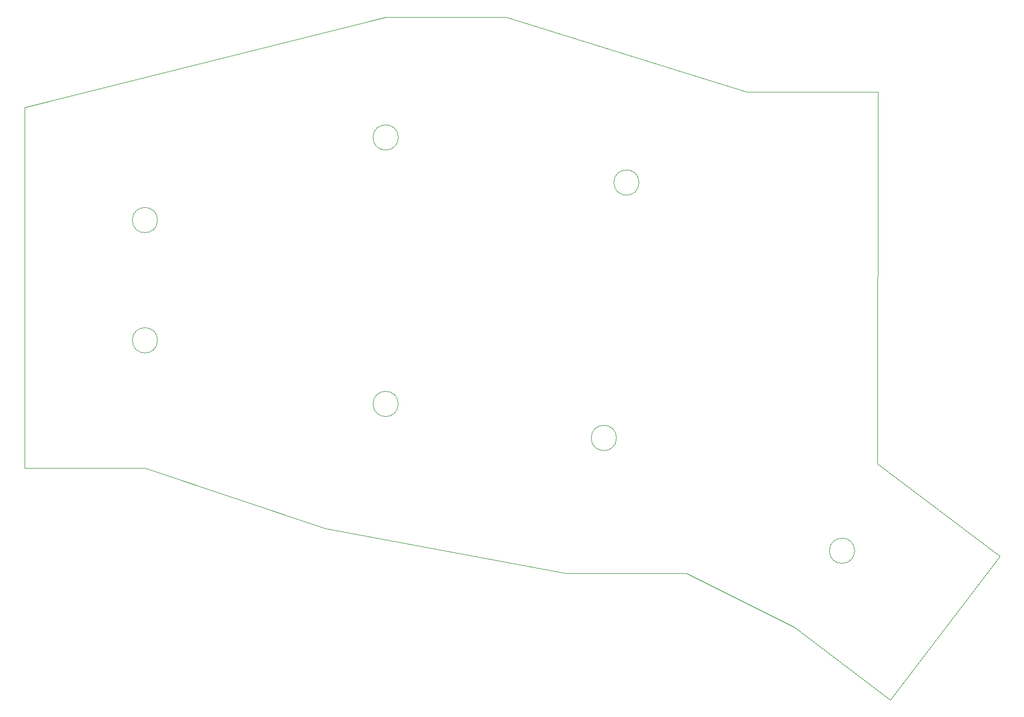
<source format=gbr>
%TF.GenerationSoftware,KiCad,Pcbnew,9.0.2*%
%TF.CreationDate,2025-06-30T19:49:53-10:00*%
%TF.ProjectId,jug,6a75672e-6b69-4636-9164-5f7063625858,rev?*%
%TF.SameCoordinates,Original*%
%TF.FileFunction,Profile,NP*%
%FSLAX46Y46*%
G04 Gerber Fmt 4.6, Leading zero omitted, Abs format (unit mm)*
G04 Created by KiCad (PCBNEW 9.0.2) date 2025-06-30 19:49:53*
%MOMM*%
%LPD*%
G01*
G04 APERTURE LIST*
%TA.AperFunction,Profile*%
%ADD10C,0.050000*%
%TD*%
G04 APERTURE END LIST*
D10*
X116297600Y-77948400D02*
G75*
G02*
X112297600Y-77948400I-2000000J0D01*
G01*
X112297600Y-77948400D02*
G75*
G02*
X116297600Y-77948400I2000000J0D01*
G01*
X116297600Y-35718000D02*
G75*
G02*
X112297600Y-35718000I-2000000J0D01*
G01*
X112297600Y-35718000D02*
G75*
G02*
X116297600Y-35718000I2000000J0D01*
G01*
X154403000Y-42863600D02*
G75*
G02*
X150403000Y-42863600I-2000000J0D01*
G01*
X150403000Y-42863600D02*
G75*
G02*
X154403000Y-42863600I2000000J0D01*
G01*
X150825000Y-83342000D02*
G75*
G02*
X146825000Y-83342000I-2000000J0D01*
G01*
X146825000Y-83342000D02*
G75*
G02*
X150825000Y-83342000I2000000J0D01*
G01*
X188519300Y-101214500D02*
G75*
G02*
X184519300Y-101214500I-2000000J0D01*
G01*
X184519300Y-101214500D02*
G75*
G02*
X188519300Y-101214500I2000000J0D01*
G01*
X78198400Y-67864200D02*
G75*
G02*
X74198400Y-67864200I-2000000J0D01*
G01*
X74198400Y-67864200D02*
G75*
G02*
X78198400Y-67864200I2000000J0D01*
G01*
X78198400Y-48814600D02*
G75*
G02*
X74198400Y-48814600I-2000000J0D01*
G01*
X74198400Y-48814600D02*
G75*
G02*
X78198400Y-48814600I2000000J0D01*
G01*
X57151200Y-30956900D02*
X57151200Y-88108100D01*
X142878000Y-104777200D02*
X161928400Y-104777200D01*
X114302400Y-16669100D02*
X57151200Y-30956900D01*
X76201600Y-88108100D02*
X104777200Y-97633300D01*
X171440000Y-28500000D02*
X133352800Y-16669100D01*
X194180000Y-124830000D02*
X179010000Y-113300000D01*
X133352800Y-16669100D02*
X114302400Y-16669100D01*
X192150000Y-87400000D02*
X192190000Y-28500000D01*
X57151200Y-88108100D02*
X76201600Y-88108100D01*
X194180000Y-124830000D02*
X211480000Y-102100000D01*
X161928400Y-104777200D02*
X179010000Y-113300000D01*
X192190000Y-28500000D02*
X171440000Y-28500000D01*
X211480000Y-102100000D02*
X192150000Y-87400000D01*
X104777200Y-97633300D02*
X142878000Y-104777200D01*
M02*

</source>
